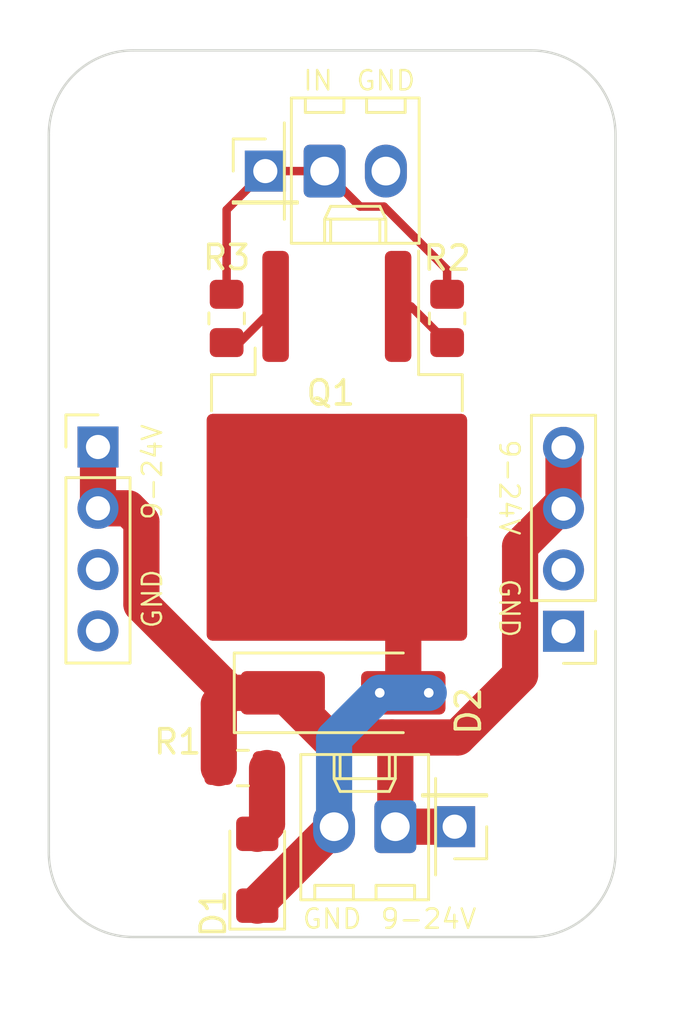
<source format=kicad_pcb>
(kicad_pcb (version 20221018) (generator pcbnew)
  (layers (0 "F.Cu" signal) (31 "B.Cu" signal) (34 "B.Paste" user) (35 "F.Paste" user) (36 "B.SilkS" user "B.Silkscreen") (37 "F.SilkS" user "F.Silkscreen") (38 "B.Mask" user) (39 "F.Mask" user) (44 "Edge.Cuts" user))
  (net 0 "")
  (net 1 "Net-(D1-K)")
  (net 2 "Net-(D1-A)")
  (net 3 "12V")
  (net 4 "GND")
  (net 5 "Net-(J3-Pin_1)")
  (net 6 "Net-(Q1-G)")
  (footprint "Connector_Molex:Molex_KK-254_AE-6410-02A_1x02_P2.54mm_Vertical" (layer "F.Cu") (at 138.938 66.27)
    (fp_text reference "J3" hide)
    (fp_text value "Conn_01x02_Pin" hide)
    (fp_line (start -1.67 -2) (end -1.67 2) (stroke (width 0.12)) (layer "F.SilkS"))
    (fp_line (start -1.38 -3.03) (end -1.38 2.99) (stroke (width 0.12)) (layer "F.SilkS"))
    (fp_line (start -1.38 2.99) (end 3.92 2.99) (stroke (width 0.12)) (layer "F.SilkS"))
    (fp_line (start -0.8 -3.03) (end -0.8 -2.43) (stroke (width 0.12)) (layer "F.SilkS"))
    (fp_line (start -0.8 -2.43) (end 0.8 -2.43) (stroke (width 0.12)) (layer "F.SilkS"))
    (fp_line (start 0 1.99) (end 0.25 1.46) (stroke (width 0.12)) (layer "F.SilkS"))
    (fp_line (start 0 1.99) (end 2.54 1.99) (stroke (width 0.12)) (layer "F.SilkS"))
    (fp_line (start 0 2.99) (end 0 1.99) (stroke (width 0.12)) (layer "F.SilkS"))
    (fp_line (start 0.25 1.46) (end 2.29 1.46) (stroke (width 0.12)) (layer "F.SilkS"))
    (fp_line (start 0.25 2.99) (end 0.25 1.99) (stroke (width 0.12)) (layer "F.SilkS"))
    (fp_line (start 0.8 -2.43) (end 0.8 -3.03) (stroke (width 0.12)) (layer "F.SilkS"))
    (fp_line (start 1.74 -3.03) (end 1.74 -2.43) (stroke (width 0.12)) (layer "F.SilkS"))
    (fp_line (start 1.74 -2.43) (end 3.34 -2.43) (stroke (width 0.12)) (layer "F.SilkS"))
    (fp_line (start 2.29 1.46) (end 2.54 1.99) (stroke (width 0.12)) (layer "F.SilkS"))
    (fp_line (start 2.29 2.99) (end 2.29 1.99) (stroke (width 0.12)) (layer "F.SilkS"))
    (fp_line (start 2.54 1.99) (end 2.54 2.99) (stroke (width 0.12)) (layer "F.SilkS"))
    (fp_line (start 3.34 -2.43) (end 3.34 -3.03) (stroke (width 0.12)) (layer "F.SilkS"))
    (fp_line (start 3.92 -3.03) (end -1.38 -3.03) (stroke (width 0.12)) (layer "F.SilkS"))
    (fp_line (start 3.92 2.99) (end 3.92 -3.03) (stroke (width 0.12)) (layer "F.SilkS"))
    (pad "1" thru_hole roundrect (at 0 0) (size 1.74 2.19) (drill 1.19) (layers "*.Cu" "*.Mask") (roundrect_rratio 0.1436781609) (net 5 "Net-(J3-Pin_1)"))
    (pad "2" thru_hole oval (at 2.54 0) (size 1.74 2.19) (drill 1.19) (layers "*.Cu" "*.Mask") (net 4 "GND"))
  )
  (footprint "Connector_PinHeader_2.54mm:PinHeader_1x01_P2.54mm_Vertical" (layer "F.Cu") (at 144.33 93.43 180)
    (fp_text reference "J1" hide)
    (fp_text value "Conn_01x01_Pin" hide)
    (fp_line (start -1.33 -1.33) (end 0 -1.33) (stroke (width 0.12)) (layer "F.SilkS"))
    (fp_line (start -1.33 0) (end -1.33 -1.33) (stroke (width 0.12)) (layer "F.SilkS"))
    (fp_line (start -1.33 1.27) (end -1.33 1.33) (stroke (width 0.12)) (layer "F.SilkS"))
    (fp_line (start -1.33 1.27) (end 1.33 1.27) (stroke (width 0.12)) (layer "F.SilkS"))
    (fp_line (start -1.33 1.33) (end 1.33 1.33) (stroke (width 0.12)) (layer "F.SilkS"))
    (fp_line (start 1.33 1.27) (end 1.33 1.33) (stroke (width 0.12)) (layer "F.SilkS"))
    (pad "1" thru_hole rect (at 0 0 180) (size 1.7 1.7) (drill 1) (layers "*.Cu" "*.Mask") (net 3 "12V"))
  )
  (footprint "Connector_PinHeader_2.54mm:PinHeader_1x04_P2.54mm_Vertical" (layer "F.Cu") (at 148.844 85.334 180)
    (fp_text reference "ouput12V1" hide)
    (fp_text value "Conn_01x04_Pin" hide)
    (fp_line (start -1.33 -1.33) (end 0 -1.33) (stroke (width 0.12)) (layer "F.SilkS"))
    (fp_line (start -1.33 0) (end -1.33 -1.33) (stroke (width 0.12)) (layer "F.SilkS"))
    (fp_line (start -1.33 1.27) (end -1.33 8.95) (stroke (width 0.12)) (layer "F.SilkS"))
    (fp_line (start -1.33 1.27) (end 1.33 1.27) (stroke (width 0.12)) (layer "F.SilkS"))
    (fp_line (start -1.33 8.95) (end 1.33 8.95) (stroke (width 0.12)) (layer "F.SilkS"))
    (fp_line (start 1.33 1.27) (end 1.33 8.95) (stroke (width 0.12)) (layer "F.SilkS"))
    (pad "1" thru_hole rect (at 0 0 180) (size 1.7 1.7) (drill 1) (layers "*.Cu" "*.Mask") (net 4 "GND"))
    (pad "2" thru_hole oval (at 0 2.54 180) (size 1.7 1.7) (drill 1) (layers "*.Cu" "*.Mask") (net 4 "GND"))
    (pad "3" thru_hole oval (at 0 5.08 180) (size 1.7 1.7) (drill 1) (layers "*.Cu" "*.Mask") (net 3 "12V"))
    (pad "4" thru_hole oval (at 0 7.62 180) (size 1.7 1.7) (drill 1) (layers "*.Cu" "*.Mask") (net 3 "12V"))
  )
  (footprint "Connector_PinHeader_2.54mm:PinHeader_1x04_P2.54mm_Vertical" (layer "F.Cu") (at 129.54 77.7)
    (fp_text reference "input12V1" hide)
    (fp_text value "Conn_01x04_Pin" hide)
    (fp_line (start -1.33 -1.33) (end 0 -1.33) (stroke (width 0.12)) (layer "F.SilkS"))
    (fp_line (start -1.33 0) (end -1.33 -1.33) (stroke (width 0.12)) (layer "F.SilkS"))
    (fp_line (start -1.33 1.27) (end -1.33 8.95) (stroke (width 0.12)) (layer "F.SilkS"))
    (fp_line (start -1.33 1.27) (end 1.33 1.27) (stroke (width 0.12)) (layer "F.SilkS"))
    (fp_line (start -1.33 8.95) (end 1.33 8.95) (stroke (width 0.12)) (layer "F.SilkS"))
    (fp_line (start 1.33 1.27) (end 1.33 8.95) (stroke (width 0.12)) (layer "F.SilkS"))
    (pad "1" thru_hole rect (at 0 0) (size 1.7 1.7) (drill 1) (layers "*.Cu" "*.Mask") (net 3 "12V"))
    (pad "2" thru_hole oval (at 0 2.54) (size 1.7 1.7) (drill 1) (layers "*.Cu" "*.Mask") (net 3 "12V"))
    (pad "3" thru_hole oval (at 0 5.08) (size 1.7 1.7) (drill 1) (layers "*.Cu" "*.Mask") (net 4 "GND"))
    (pad "4" thru_hole oval (at 0 7.62) (size 1.7 1.7) (drill 1) (layers "*.Cu" "*.Mask") (net 4 "GND"))
  )
  (footprint "Resistor_SMD:R_0805_2012Metric_Pad1.20x1.40mm_HandSolder" (layer "F.Cu") (at 134.874 72.374 -90)
    (fp_text reference "R3" (at -2.524 0) (layer "F.SilkS"))
    (fp_text value "10k")
    (fp_line (start -0.227064 -0.735) (end 0.227064 -0.735) (stroke (width 0.12)) (layer "F.SilkS"))
    (fp_line (start -0.227064 0.735) (end 0.227064 0.735) (stroke (width 0.12)) (layer "F.SilkS"))
    (pad "1" smd roundrect (at -1 0 270) (size 1.2 1.4) (layers "F.Cu" "F.Paste" "F.Mask") (roundrect_rratio 0.2083333333) (net 5 "Net-(J3-Pin_1)"))
    (pad "2" smd roundrect (at 1 0 270) (size 1.2 1.4) (layers "F.Cu" "F.Paste" "F.Mask") (roundrect_rratio 0.2083333333) (net 4 "GND"))
  )
  (footprint "LED_SMD:LED_1206_3216Metric_Pad1.42x1.75mm_HandSolder" (layer "F.Cu") (at 136.144 95.2135 90)
    (fp_text reference "D1" (at -1.8145 -1.82 90) (layer "F.SilkS"))
    (fp_text value "LED")
    (fp_line (start -2.46 -1.135) (end -2.46 1.135) (stroke (width 0.12)) (layer "F.SilkS"))
    (fp_line (start -2.46 1.135) (end 1.6 1.135) (stroke (width 0.12)) (layer "F.SilkS"))
    (fp_line (start 1.6 -1.135) (end -2.46 -1.135) (stroke (width 0.12)) (layer "F.SilkS"))
    (pad "1" smd roundrect (at -1.4875 0 90) (size 1.425 1.75) (layers "F.Cu" "F.Paste" "F.Mask") (roundrect_rratio 0.1754392982) (net 1 "Net-(D1-K)"))
    (pad "2" smd roundrect (at 1.4875 0 90) (size 1.425 1.75) (layers "F.Cu" "F.Paste" "F.Mask") (roundrect_rratio 0.1754392982) (net 2 "Net-(D1-A)"))
  )
  (footprint "Connector_PinHeader_2.54mm:PinHeader_1x01_P2.54mm_Vertical" (layer "F.Cu") (at 136.478 66.27)
    (fp_text reference "J4" hide)
    (fp_text value "Conn_01x01_Pin" hide)
    (fp_line (start -1.33 -1.33) (end 0 -1.33) (stroke (width 0.12)) (layer "F.SilkS"))
    (fp_line (start -1.33 0) (end -1.33 -1.33) (stroke (width 0.12)) (layer "F.SilkS"))
    (fp_line (start -1.33 1.27) (end -1.33 1.33) (stroke (width 0.12)) (layer "F.SilkS"))
    (fp_line (start -1.33 1.27) (end 1.33 1.27) (stroke (width 0.12)) (layer "F.SilkS"))
    (fp_line (start -1.33 1.33) (end 1.33 1.33) (stroke (width 0.12)) (layer "F.SilkS"))
    (fp_line (start 1.33 1.27) (end 1.33 1.33) (stroke (width 0.12)) (layer "F.SilkS"))
    (pad "1" thru_hole rect (at 0 0) (size 1.7 1.7) (drill 1) (layers "*.Cu" "*.Mask") (net 5 "Net-(J3-Pin_1)"))
  )
  (footprint "MountingHole:MountingHole_3.2mm_M3" (layer "F.Cu") (at 147.5 64.77)
    (fp_text reference "H1" hide)
    (fp_text value "MountingHole" hide)
    (pad "" np_thru_hole circle (at 0 0) (size 3.2 3.2) (drill 3.2) (layers "*.Cu" "*.Mask"))
  )
  (footprint "Package_TO_SOT_SMD:TO-263-2" (layer "F.Cu") (at 139.446 79.526 -90)
    (fp_text reference "Q1" (at -4.064 0.254 -180) (layer "F.SilkS"))
    (fp_text value "FQB30N06L")
    (fp_line (start -4.825 -5.2) (end -4.825 -3.39) (stroke (width 0.12)) (layer "F.SilkS"))
    (fp_line (start -4.825 -3.39) (end -9.95 -3.39) (stroke (width 0.12)) (layer "F.SilkS"))
    (fp_line (start -4.825 3.39) (end -5.925 3.39) (stroke (width 0.12)) (layer "F.SilkS"))
    (fp_line (start -4.825 5.2) (end -4.825 3.39) (stroke (width 0.12)) (layer "F.SilkS"))
    (fp_line (start -3.325 -5.2) (end -4.825 -5.2) (stroke (width 0.12)) (layer "F.SilkS"))
    (fp_line (start -3.325 5.2) (end -4.825 5.2) (stroke (width 0.12)) (layer "F.SilkS"))
    (pad "1" smd roundrect (at -7.65 -2.54 270) (size 4.6 1.1) (layers "F.Cu" "F.Paste" "F.Mask") (roundrect_rratio 0.2272727273) (net 6 "Net-(Q1-G)"))
    (pad "2" smd roundrect (at -0.925 -2.775 270) (size 4.55 5.25) (layers "F.Cu" "F.Paste") (roundrect_rratio 0.05494505495) (net 1 "Net-(D1-K)"))
    (pad "2" smd roundrect (at -0.925 2.775 270) (size 4.55 5.25) (layers "F.Cu" "F.Paste") (roundrect_rratio 0.05494505495) (net 1 "Net-(D1-K)"))
    (pad "2" smd roundrect (at 1.5 0 270) (size 9.4 10.8) (layers "F.Cu" "F.Mask") (roundrect_rratio 0.02659595745) (net 1 "Net-(D1-K)"))
    (pad "2" smd roundrect (at 3.925 -2.775 270) (size 4.55 5.25) (layers "F.Cu" "F.Paste") (roundrect_rratio 0.05494505495) (net 1 "Net-(D1-K)"))
    (pad "2" smd roundrect (at 3.925 2.775 270) (size 4.55 5.25) (layers "F.Cu" "F.Paste") (roundrect_rratio 0.05494505495) (net 1 "Net-(D1-K)"))
    (pad "3" smd roundrect (at -7.65 2.54 270) (size 4.6 1.1) (layers "F.Cu" "F.Paste" "F.Mask") (roundrect_rratio 0.2272727273) (net 4 "GND"))
  )
  (footprint "Resistor_SMD:R_0805_2012Metric_Pad1.20x1.40mm_HandSolder" (layer "F.Cu") (at 144.018 72.374 -90)
    (fp_text reference "R2" (at -2.5 0) (layer "F.SilkS"))
    (fp_text value "1k")
    (fp_line (start -0.227064 -0.735) (end 0.227064 -0.735) (stroke (width 0.12)) (layer "F.SilkS"))
    (fp_line (start -0.227064 0.735) (end 0.227064 0.735) (stroke (width 0.12)) (layer "F.SilkS"))
    (pad "1" smd roundrect (at -1 0 270) (size 1.2 1.4) (layers "F.Cu" "F.Paste" "F.Mask") (roundrect_rratio 0.2083333333) (net 5 "Net-(J3-Pin_1)"))
    (pad "2" smd roundrect (at 1 0 270) (size 1.2 1.4) (layers "F.Cu" "F.Paste" "F.Mask") (roundrect_rratio 0.2083333333) (net 6 "Net-(Q1-G)"))
  )
  (footprint "Connector_Molex:Molex_KK-254_AE-6410-02A_1x02_P2.54mm_Vertical" (layer "F.Cu") (at 141.87 93.43 180)
    (fp_text reference "J2" hide)
    (fp_text value "Conn_01x02_Pin" hide)
    (fp_line (start -1.67 -2) (end -1.67 2) (stroke (width 0.12)) (layer "F.SilkS"))
    (fp_line (start -1.38 -3.03) (end -1.38 2.99) (stroke (width 0.12)) (layer "F.SilkS"))
    (fp_line (start -1.38 2.99) (end 3.92 2.99) (stroke (width 0.12)) (layer "F.SilkS"))
    (fp_line (start -0.8 -3.03) (end -0.8 -2.43) (stroke (width 0.12)) (layer "F.SilkS"))
    (fp_line (start -0.8 -2.43) (end 0.8 -2.43) (stroke (width 0.12)) (layer "F.SilkS"))
    (fp_line (start 0 1.99) (end 0.25 1.46) (stroke (width 0.12)) (layer "F.SilkS"))
    (fp_line (start 0 1.99) (end 2.54 1.99) (stroke (width 0.12)) (layer "F.SilkS"))
    (fp_line (start 0 2.99) (end 0 1.99) (stroke (width 0.12)) (layer "F.SilkS"))
    (fp_line (start 0.25 1.46) (end 2.29 1.46) (stroke (width 0.12)) (layer "F.SilkS"))
    (fp_line (start 0.25 2.99) (end 0.25 1.99) (stroke (width 0.12)) (layer "F.SilkS"))
    (fp_line (start 0.8 -2.43) (end 0.8 -3.03) (stroke (width 0.12)) (layer "F.SilkS"))
    (fp_line (start 1.74 -3.03) (end 1.74 -2.43) (stroke (width 0.12)) (layer "F.SilkS"))
    (fp_line (start 1.74 -2.43) (end 3.34 -2.43) (stroke (width 0.12)) (layer "F.SilkS"))
    (fp_line (start 2.29 1.46) (end 2.54 1.99) (stroke (width 0.12)) (layer "F.SilkS"))
    (fp_line (start 2.29 2.99) (end 2.29 1.99) (stroke (width 0.12)) (layer "F.SilkS"))
    (fp_line (start 2.54 1.99) (end 2.54 2.99) (stroke (width 0.12)) (layer "F.SilkS"))
    (fp_line (start 3.34 -2.43) (end 3.34 -3.03) (stroke (width 0.12)) (layer "F.SilkS"))
    (fp_line (start 3.92 -3.03) (end -1.38 -3.03) (stroke (width 0.12)) (layer "F.SilkS"))
    (fp_line (start 3.92 2.99) (end 3.92 -3.03) (stroke (width 0.12)) (layer "F.SilkS"))
    (pad "1" thru_hole roundrect (at 0 0 180) (size 1.74 2.19) (drill 1.19) (layers "*.Cu" "*.Mask") (roundrect_rratio 0.1436781609) (net 3 "12V"))
    (pad "2" thru_hole oval (at 2.54 0 180) (size 1.74 2.19) (drill 1.19) (layers "*.Cu" "*.Mask") (net 1 "Net-(D1-K)"))
  )
  (footprint "Diode_SMD:D_SMA_Handsoldering" (layer "F.Cu") (at 139.7 87.884)
    (fp_text reference "D2" (at 5.2 0.75 90) (layer "F.SilkS"))
    (fp_text value "1N4001")
    (fp_line (start -4.51 -1.65) (end -4.51 1.65) (stroke (width 0.12)) (layer "F.SilkS"))
    (fp_line (start -4.51 -1.65) (end 2.5 -1.65) (stroke (width 0.12)) (layer "F.SilkS"))
    (fp_line (start -4.51 1.65) (end 2.5 1.65) (stroke (width 0.12)) (layer "F.SilkS"))
    (pad "1" smd roundrect (at -2.5 0) (size 3.5 1.8) (layers "F.Cu" "F.Paste" "F.Mask") (roundrect_rratio 0.1388888889) (net 3 "12V"))
    (pad "2" smd roundrect (at 2.5 0) (size 3.5 1.8) (layers "F.Cu" "F.Paste" "F.Mask") (roundrect_rratio 0.1388888889) (net 1 "Net-(D1-K)"))
  )
  (footprint "MountingHole:MountingHole_3.2mm_M3" (layer "F.Cu") (at 131 94.5)
    (fp_text reference "H2" hide)
    (fp_text value "MountingHole")
    (pad "" np_thru_hole circle (at 0 0) (size 3.2 3.2) (drill 3.2) (layers "*.Cu" "*.Mask"))
  )
  (footprint "Resistor_SMD:R_0805_2012Metric_Pad1.20x1.40mm_HandSolder" (layer "F.Cu") (at 135.55 91)
    (fp_text reference "R1" (at -2.708 -1.084) (layer "F.SilkS"))
    (fp_text value "10k")
    (fp_line (start -0.227064 -0.735) (end 0.227064 -0.735) (stroke (width 0.12)) (layer "F.SilkS"))
    (fp_line (start -0.227064 0.735) (end 0.227064 0.735) (stroke (width 0.12)) (layer "F.SilkS"))
    (pad "1" smd roundrect (at -1 0) (size 1.2 1.4) (layers "F.Cu" "F.Paste" "F.Mask") (roundrect_rratio 0.2083333333) (net 3 "12V"))
    (pad "2" smd roundrect (at 1 0) (size 1.2 1.4) (layers "F.Cu" "F.Paste" "F.Mask") (roundrect_rratio 0.2083333333) (net 2 "Net-(D1-A)"))
  )
  (gr_arc (start 127.5 64.77) (mid 128.525126 62.295126) (end 131 61.27) (stroke (width 0.1)) (layer "Edge.Cuts"))
  (gr_arc (start 147.5 61.27) (mid 149.974874 62.295126) (end 151 64.77) (stroke (width 0.1)) (layer "Edge.Cuts"))
  (gr_line (start 131 98) (end 147.5 98) (stroke (width 0.1)) (layer "Edge.Cuts"))
  (gr_line (start 147.5 61.27) (end 131 61.27) (stroke (width 0.1)) (layer "Edge.Cuts"))
  (gr_arc (start 131 98) (mid 128.525126 96.974874) (end 127.5 94.5) (stroke (width 0.1)) (layer "Edge.Cuts"))
  (gr_arc locked (start 151 94.5) (mid 149.974874 96.974874) (end 147.5 98) (stroke (width 0.1)) (layer "Edge.Cuts"))
  (gr_line (start 151 94.5) (end 151 64.77) (stroke (width 0.1)) (layer "Edge.Cuts"))
  (gr_line (start 127.5 64.77) (end 127.5 94.5) (stroke (width 0.1)) (layer "Edge.Cuts"))
  (gr_text "9-24V" (at 131.79 78.74 90) (layer "F.SilkS") (effects (font (size 0.8 0.8) (thickness 0.1))))
  (gr_text "GND" (at 131.79 83.99 90) (layer "F.SilkS") (effects (font (size 0.8 0.8) (thickness 0.1))))
  (gr_text "9-24V" (at 146.594 79.374 -90) (layer "F.SilkS") (effects (font (size 0.8 0.8) (thickness 0.1))))
  (gr_text "9-24V" (at 143.25 97.25) (layer "F.SilkS") (effects (font (size 0.8 0.8) (thickness 0.1))))
  (gr_text "GND" (at 146.594 84.374 -90) (layer "F.SilkS") (effects (font (size 0.8 0.8) (thickness 0.1))))
  (gr_text "GND" (at 139.25 97.25) (layer "F.SilkS") (effects (font (size 0.8 0.8) (thickness 0.1))))
  (gr_text "IN" (at 138.666 62.52) (layer "F.SilkS") (effects (font (size 0.8 0.8) (thickness 0.1))))
  (gr_text "GND" (at 141.478 62.52) (layer "F.SilkS") (effects (font (size 0.8 0.8) (thickness 0.1))))
  (segment (start 142.2 87.884) (end 142.2 83.472) (width 1.5) (layer "F.Cu") (net 1))
  (segment (start 136.144 96.616) (end 139.33 93.43) (width 1.5) (layer "F.Cu") (net 1))
  (segment (start 136.144 96.701) (end 136.144 96.616) (width 1.5) (layer "F.Cu") (net 1))
  (segment (start 142.2 83.472) (end 142.221 83.451) (width 1.5) (layer "F.Cu") (net 1))
  (via (at 143.256 87.884) (size 0.8) (drill 0.4) (layers "F.Cu" "B.Cu") (net 1))
  (via (at 141.224 87.884) (size 0.8) (drill 0.4) (layers "F.Cu" "B.Cu") (net 1))
  (segment (start 139.33 89.778) (end 141.224 87.884) (width 1.5) (layer "B.Cu") (net 1))
  (segment (start 141.224 87.884) (end 143.256 87.884) (width 1.5) (layer "B.Cu") (net 1))
  (segment (start 139.33 93.43) (end 139.33 89.778) (width 1.5) (layer "B.Cu") (net 1))
  (segment (start 136.144 93.726) (end 136.55 93.32) (width 1.5) (layer "F.Cu") (net 2))
  (segment (start 136.55 93.32) (end 136.55 91) (width 1.5) (layer "F.Cu") (net 2))
  (segment (start 141.87 93.43) (end 141.87 89.872) (width 1.5) (layer "F.Cu") (net 3))
  (segment (start 148.844 77.714) (end 148.844 80.254) (width 1.5) (layer "F.Cu") (net 3))
  (segment (start 135.006945 87.884) (end 134.55 88.340945) (width 1.5) (layer "F.Cu") (net 3))
  (segment (start 148.6 80.254) (end 148.844 80.254) (width 1.5) (layer "F.Cu") (net 3))
  (segment (start 141.87 89.872) (end 141.732 89.734) (width 1.5) (layer "F.Cu") (net 3))
  (segment (start 137.2 87.884) (end 135.006945 87.884) (width 1.5) (layer "F.Cu") (net 3))
  (segment (start 139.05 89.734) (end 141.732 89.734) (width 1.5) (layer "F.Cu") (net 3))
  (segment (start 130.786 80.24) (end 129.54 80.24) (width 1.5) (layer "F.Cu") (net 3))
  (segment (start 129.54 77.7) (end 129.54 80.24) (width 1.5) (layer "F.Cu") (net 3))
  (segment (start 144.454 89.734) (end 147.044 87.144) (width 1.5) (layer "F.Cu") (net 3))
  (segment (start 144.33 93.43) (end 141.87 93.43) (width 1.5) (layer "F.Cu") (net 3))
  (segment (start 141.732 89.734) (end 144.454 89.734) (width 1.5) (layer "F.Cu") (net 3))
  (segment (start 134.55 88.340945) (end 134.55 91) (width 1.5) (layer "F.Cu") (net 3))
  (segment (start 131.34 84.217055) (end 131.34 80.794) (width 1.5) (layer "F.Cu") (net 3))
  (segment (start 147.044 81.81) (end 148.6 80.254) (width 1.5) (layer "F.Cu") (net 3))
  (segment (start 135.006945 87.884) (end 131.34 84.217055) (width 1.5) (layer "F.Cu") (net 3))
  (segment (start 147.044 87.144) (end 147.044 81.81) (width 1.5) (layer "F.Cu") (net 3))
  (segment (start 137.2 87.884) (end 139.05 89.734) (width 1.5) (layer "F.Cu") (net 3))
  (segment (start 131.34 80.794) (end 130.786 80.24) (width 1.5) (layer "F.Cu") (net 3))
  (segment (start 135.408 73.374) (end 136.906 71.876) (width 0.35) (layer "F.Cu") (net 4))
  (segment (start 134.874 73.374) (end 135.408 73.374) (width 0.35) (layer "F.Cu") (net 4))
  (segment (start 141.4 67.74) (end 140.408 67.74) (width 0.35) (layer "F.Cu") (net 5))
  (segment (start 134.874 71.374) (end 134.874 67.874) (width 0.35) (layer "F.Cu") (net 5))
  (segment (start 144.018 70.358) (end 141.4 67.74) (width 0.35) (layer "F.Cu") (net 5))
  (segment (start 144.018 71.374) (end 144.018 70.358) (width 0.35) (layer "F.Cu") (net 5))
  (segment (start 140.408 67.74) (end 138.938 66.27) (width 0.35) (layer "F.Cu") (net 5))
  (segment (start 134.874 67.874) (end 136.478 66.27) (width 0.35) (layer "F.Cu") (net 5))
  (segment (start 138.938 66.27) (end 136.478 66.27) (width 0.35) (layer "F.Cu") (net 5))
  (segment (start 142.52 71.876) (end 144.018 73.374) (width 0.35) (layer "F.Cu") (net 6))
  (segment (start 141.986 71.876) (end 142.52 71.876) (width 0.35) (layer "F.Cu") (net 6))
)
</source>
